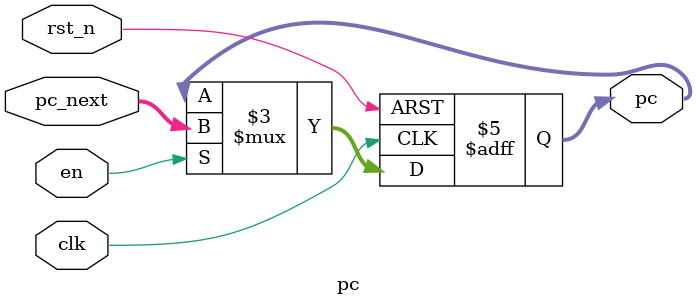
<source format=v>
`timescale 1ns / 1ps

module pc (
    input  wire        clk,
    input  wire        rst_n,
    input  wire        en,       // Enable Signal (1=Update, 0=Freeze)
    input  wire [31:0] pc_next,
    output reg  [31:0] pc
);

    always @(posedge clk or negedge rst_n) begin
        if (!rst_n) begin
            pc <= 32'd0;
        end else if (en) begin   // Only update if enabled
            pc <= pc_next;
        end
    end

endmodule
</source>
